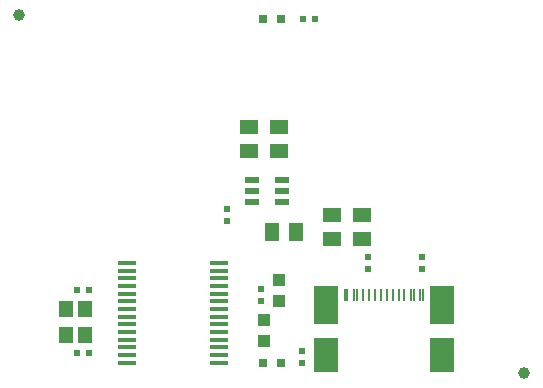
<source format=gbr>
%TF.GenerationSoftware,KiCad,Pcbnew,7.0.9-7.0.9~ubuntu22.04.1*%
%TF.CreationDate,2024-01-26T14:57:20+02:00*%
%TF.ProjectId,USB-NeoHUB_Rev_A,5553422d-4e65-46f4-9855-425f5265765f,A*%
%TF.SameCoordinates,PX5cfbb60PY69925e0*%
%TF.FileFunction,Paste,Top*%
%TF.FilePolarity,Positive*%
%FSLAX46Y46*%
G04 Gerber Fmt 4.6, Leading zero omitted, Abs format (unit mm)*
G04 Created by KiCad (PCBNEW 7.0.9-7.0.9~ubuntu22.04.1) date 2024-01-26 14:57:20*
%MOMM*%
%LPD*%
G01*
G04 APERTURE LIST*
%ADD10R,1.200000X0.550000*%
%ADD11R,0.500000X0.550000*%
%ADD12R,0.550000X0.500000*%
%ADD13C,1.000000*%
%ADD14R,1.600000X0.325000*%
%ADD15R,2.100000X3.200000*%
%ADD16R,2.100000X3.000000*%
%ADD17R,1.100000X2.200000*%
%ADD18R,1.100000X2.000000*%
%ADD19R,0.280000X1.130000*%
%ADD20R,0.230000X1.130000*%
%ADD21R,0.800000X0.800000*%
%ADD22R,1.524000X1.270000*%
%ADD23R,1.016000X1.016000*%
%ADD24R,1.200000X1.400000*%
%ADD25R,1.270000X1.524000*%
G04 APERTURE END LIST*
D10*
X23912000Y16024000D03*
X23912000Y16974000D03*
X23912000Y17924000D03*
X21311800Y17924000D03*
X21311800Y16974000D03*
X21311800Y16024000D03*
D11*
X25690000Y31579000D03*
X26706000Y31579000D03*
D12*
X19213000Y14434000D03*
X19213000Y15450000D03*
X22134000Y7703000D03*
X22134000Y8719000D03*
D13*
X44400000Y1600000D03*
D12*
X35723000Y11386000D03*
X35723000Y10370000D03*
X31151000Y11386000D03*
X31151000Y10370000D03*
D14*
X10741000Y10912000D03*
X10741000Y10262000D03*
X10741000Y9612000D03*
X10741000Y8962000D03*
X10741000Y8312000D03*
X10741000Y7662000D03*
X10741000Y7012000D03*
X10741000Y6362000D03*
X10741000Y5712000D03*
X10741000Y5062000D03*
X10741000Y4412000D03*
X10741000Y3762000D03*
X10741000Y3112000D03*
X10741000Y2462000D03*
X18541000Y2462000D03*
X18541000Y3112000D03*
X18541000Y3762000D03*
X18541000Y4412000D03*
X18541000Y5062000D03*
X18541000Y5712000D03*
X18541000Y6362000D03*
X18541000Y7012000D03*
X18541000Y7662000D03*
X18541000Y8312000D03*
X18541000Y8962000D03*
X18541000Y9612000D03*
X18541000Y10262000D03*
X18541000Y10912000D03*
D15*
X37427600Y7330000D03*
X27572400Y7330000D03*
D16*
X37427600Y3150000D03*
X27572400Y3150000D03*
D17*
X37427600Y7330000D03*
X27572400Y7330000D03*
D18*
X37427600Y3150000D03*
X27572400Y3150000D03*
D19*
X29175000Y8232000D03*
X29975000Y8232000D03*
D20*
X31250000Y8232000D03*
X32250000Y8232000D03*
X32750000Y8232000D03*
X33750000Y8232000D03*
D19*
X35025000Y8232000D03*
X35825000Y8232000D03*
X35575000Y8232000D03*
X34775000Y8232000D03*
D20*
X34250000Y8232000D03*
X33250000Y8232000D03*
X31750000Y8232000D03*
X30750000Y8232000D03*
D19*
X30225000Y8232000D03*
X29425000Y8232000D03*
D21*
X23762000Y31600000D03*
X22238000Y31600000D03*
D22*
X30643000Y12910000D03*
X30643000Y14942000D03*
D12*
X25600000Y2392000D03*
X25600000Y3408000D03*
D22*
X21118000Y20403000D03*
X21118000Y22435000D03*
D23*
X23658000Y7703000D03*
X23658000Y9481000D03*
D11*
X6513000Y8592000D03*
X7529000Y8592000D03*
D24*
X5586000Y7025000D03*
X7186000Y4825000D03*
X7186000Y7025000D03*
X5586000Y4825000D03*
D25*
X23023000Y13545000D03*
X25055000Y13545000D03*
D22*
X28103000Y12910000D03*
X28103000Y14942000D03*
D11*
X7529000Y3258000D03*
X6513000Y3258000D03*
D22*
X23658000Y20403000D03*
X23658000Y22435000D03*
D23*
X22388000Y6052000D03*
X22388000Y4274000D03*
D21*
X23762000Y2400000D03*
X22238000Y2400000D03*
D13*
X1600000Y31900000D03*
M02*

</source>
